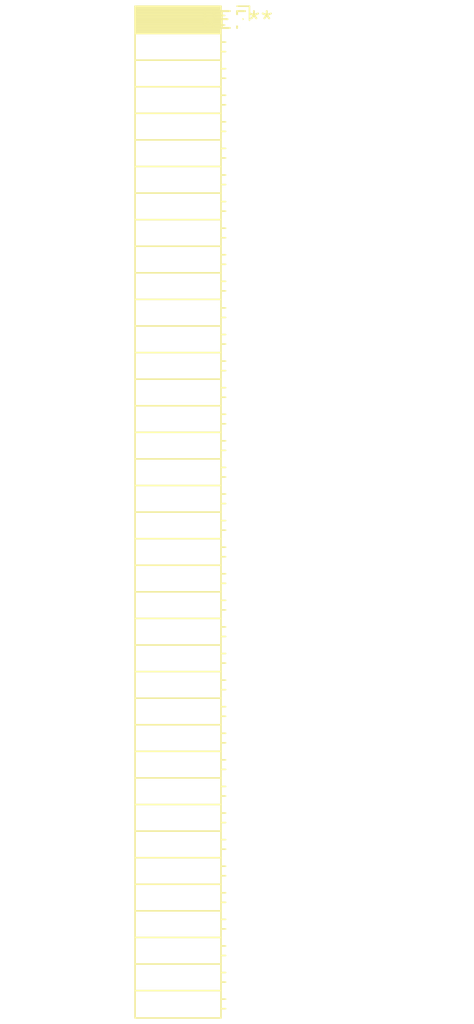
<source format=kicad_pcb>
(kicad_pcb (version 20240108) (generator pcbnew)
  (layers (0 "F.Cu" signal) (31 "B.Cu" signal) (34 "B.Paste" user) (35 "F.Paste" user) (36 "B.SilkS" user "B.Silkscreen") (37 "F.SilkS" user "F.Silkscreen") (38 "B.Mask" user) (39 "F.Mask" user) (44 "Edge.Cuts" user))
  (net 0 "")
  (footprint "PinSocket_1x38_P2.00mm_Horizontal" (layer "F.Cu") (at 0 0)
    (property "Reference" "REF**")
    (property "Value" "PinSocket_1x38_P2.00mm_Horizontal")
    (fp_line (start -7.68 -1.06) (end -7.68 75.06) (layer "F.SilkS") (stroke (width 0.12)))
    (fp_line (start -7.68 -1.06) (end -1.21 -1.06) (layer "F.SilkS") (stroke (width 0.12)))
    (fp_line (start -7.68 -0.94) (end -1.21 -0.94) (layer "F.SilkS") (stroke (width 0.12)))
    (fp_line (start -7.68 -0.825882) (end -1.21 -0.825882) (layer "F.SilkS") (stroke (width 0.12)))
    (fp_line (start -7.68 -0.711764) (end -1.21 -0.711764) (layer "F.SilkS") (stroke (width 0.12)))
    (fp_line (start -7.68 -0.597646) (end -1.21 -0.597646) (layer "F.SilkS") (stroke (width 0.12)))
    (fp_line (start -7.68 -0.483528) (end -1.21 -0.483528) (layer "F.SilkS") (stroke (width 0.12)))
    (fp_line (start -7.68 -0.36941) (end -1.21 -0.36941) (layer "F.SilkS") (stroke (width 0.12)))
    (fp_line (start -7.68 -0.255292) (end -1.21 -0.255292) (layer "F.SilkS") (stroke (width 0.12)))
    (fp_line (start -7.68 -0.141174) (end -1.21 -0.141174) (layer "F.SilkS") (stroke (width 0.12)))
    (fp_line (start -7.68 -0.027056) (end -1.21 -0.027056) (layer "F.SilkS") (stroke (width 0.12)))
    (fp_line (start -7.68 0.087062) (end -1.21 0.087062) (layer "F.SilkS") (stroke (width 0.12)))
    (fp_line (start -7.68 0.20118) (end -1.21 0.20118) (layer "F.SilkS") (stroke (width 0.12)))
    (fp_line (start -7.68 0.315298) (end -1.21 0.315298) (layer "F.SilkS") (stroke (width 0.12)))
    (fp_line (start -7.68 0.429416) (end -1.21 0.429416) (layer "F.SilkS") (stroke (width 0.12)))
    (fp_line (start -7.68 0.543534) (end -1.21 0.543534) (layer "F.SilkS") (stroke (width 0.12)))
    (fp_line (start -7.68 0.657652) (end -1.21 0.657652) (layer "F.SilkS") (stroke (width 0.12)))
    (fp_line (start -7.68 0.77177) (end -1.21 0.77177) (layer "F.SilkS") (stroke (width 0.12)))
    (fp_line (start -7.68 0.885888) (end -1.21 0.885888) (layer "F.SilkS") (stroke (width 0.12)))
    (fp_line (start -7.68 1) (end -1.21 1) (layer "F.SilkS") (stroke (width 0.12)))
    (fp_line (start -7.68 3) (end -1.21 3) (layer "F.SilkS") (stroke (width 0.12)))
    (fp_line (start -7.68 5) (end -1.21 5) (layer "F.SilkS") (stroke (width 0.12)))
    (fp_line (start -7.68 7) (end -1.21 7) (layer "F.SilkS") (stroke (width 0.12)))
    (fp_line (start -7.68 9) (end -1.21 9) (layer "F.SilkS") (stroke (width 0.12)))
    (fp_line (start -7.68 11) (end -1.21 11) (layer "F.SilkS") (stroke (width 0.12)))
    (fp_line (start -7.68 13) (end -1.21 13) (layer "F.SilkS") (stroke (width 0.12)))
    (fp_line (start -7.68 15) (end -1.21 15) (layer "F.SilkS") (stroke (width 0.12)))
    (fp_line (start -7.68 17) (end -1.21 17) (layer "F.SilkS") (stroke (width 0.12)))
    (fp_line (start -7.68 19) (end -1.21 19) (layer "F.SilkS") (stroke (width 0.12)))
    (fp_line (start -7.68 21) (end -1.21 21) (layer "F.SilkS") (stroke (width 0.12)))
    (fp_line (start -7.68 23) (end -1.21 23) (layer "F.SilkS") (stroke (width 0.12)))
    (fp_line (start -7.68 25) (end -1.21 25) (layer "F.SilkS") (stroke (width 0.12)))
    (fp_line (start -7.68 27) (end -1.21 27) (layer "F.SilkS") (stroke (width 0.12)))
    (fp_line (start -7.68 29) (end -1.21 29) (layer "F.SilkS") (stroke (width 0.12)))
    (fp_line (start -7.68 31) (end -1.21 31) (layer "F.SilkS") (stroke (width 0.12)))
    (fp_line (start -7.68 33) (end -1.21 33) (layer "F.SilkS") (stroke (width 0.12)))
    (fp_line (start -7.68 35) (end -1.21 35) (layer "F.SilkS") (stroke (width 0.12)))
    (fp_line (start -7.68 37) (end -1.21 37) (layer "F.SilkS") (stroke (width 0.12)))
    (fp_line (start -7.68 39) (end -1.21 39) (layer "F.SilkS") (stroke (width 0.12)))
    (fp_line (start -7.68 41) (end -1.21 41) (layer "F.SilkS") (stroke (width 0.12)))
    (fp_line (start -7.68 43) (end -1.21 43) (layer "F.SilkS") (stroke (width 0.12)))
    (fp_line (start -7.68 45) (end -1.21 45) (layer "F.SilkS") (stroke (width 0.12)))
    (fp_line (start -7.68 47) (end -1.21 47) (layer "F.SilkS") (stroke (width 0.12)))
    (fp_line (start -7.68 49) (end -1.21 49) (layer "F.SilkS") (stroke (width 0.12)))
    (fp_line (start -7.68 51) (end -1.21 51) (layer "F.SilkS") (stroke (width 0.12)))
    (fp_line (start -7.68 53) (end -1.21 53) (layer "F.SilkS") (stroke (width 0.12)))
    (fp_line (start -7.68 55) (end -1.21 55) (layer "F.SilkS") (stroke (width 0.12)))
    (fp_line (start -7.68 57) (end -1.21 57) (layer "F.SilkS") (stroke (width 0.12)))
    (fp_line (start -7.68 59) (end -1.21 59) (layer "F.SilkS") (stroke (width 0.12)))
    (fp_line (start -7.68 61) (end -1.21 61) (layer "F.SilkS") (stroke (width 0.12)))
    (fp_line (start -7.68 63) (end -1.21 63) (layer "F.SilkS") (stroke (width 0.12)))
    (fp_line (start -7.68 65) (end -1.21 65) (layer "F.SilkS") (stroke (width 0.12)))
    (fp_line (start -7.68 67) (end -1.21 67) (layer "F.SilkS") (stroke (width 0.12)))
    (fp_line (start -7.68 69) (end -1.21 69) (layer "F.SilkS") (stroke (width 0.12)))
    (fp_line (start -7.68 71) (end -1.21 71) (layer "F.SilkS") (stroke (width 0.12)))
    (fp_line (start -7.68 73) (end -1.21 73) (layer "F.SilkS") (stroke (width 0.12)))
    (fp_line (start -7.68 75.06) (end -1.21 75.06) (layer "F.SilkS") (stroke (width 0.12)))
    (fp_line (start -1.21 -1.06) (end -1.21 75.06) (layer "F.SilkS") (stroke (width 0.12)))
    (fp_line (start -1.21 -0.36) (end -0.935 -0.36) (layer "F.SilkS") (stroke (width 0.12)))
    (fp_line (start -1.21 0.36) (end -0.935 0.36) (layer "F.SilkS") (stroke (width 0.12)))
    (fp_line (start -1.21 1.64) (end -0.862917 1.64) (layer "F.SilkS") (stroke (width 0.12)))
    (fp_line (start -1.21 2.36) (end -0.862917 2.36) (layer "F.SilkS") (stroke (width 0.12)))
    (fp_line (start -1.21 3.64) (end -0.862917 3.64) (layer "F.SilkS") (stroke (width 0.12)))
    (fp_line (start -1.21 4.36) (end -0.862917 4.36) (layer "F.SilkS") (stroke (width 0.12)))
    (fp_line (start -1.21 5.64) (end -0.862917 5.64) (layer "F.SilkS") (stroke (width 0.12)))
    (fp_line (start -1.21 6.36) (end -0.862917 6.36) (layer "F.SilkS") (stroke (width 0.12)))
    (fp_line (start -1.21 7.64) (end -0.862917 7.64) (layer "F.SilkS") (stroke (width 0.12)))
    (fp_line (start -1.21 8.36) (end -0.862917 8.36) (layer "F.SilkS") (stroke (width 0.12)))
    (fp_line (start -1.21 9.64) (end -0.862917 9.64) (layer "F.SilkS") (stroke (width 0.12)))
    (fp_line (start -1.21 10.36) (end -0.862917 10.36) (layer "F.SilkS") (stroke (width 0.12)))
    (fp_line (start -1.21 11.64) (end -0.862917 11.64) (layer "F.SilkS") (stroke (width 0.12)))
    (fp_line (start -1.21 12.36) (end -0.862917 12.36) (layer "F.SilkS") (stroke (width 0.12)))
    (fp_line (start -1.21 13.64) (end -0.862917 13.64) (layer "F.SilkS") (stroke (width 0.12)))
    (fp_line (start -1.21 14.36) (end -0.862917 14.36) (layer "F.SilkS") (stroke (width 0.12)))
    (fp_line (start -1.21 15.64) (end -0.862917 15.64) (layer "F.SilkS") (stroke (width 0.12)))
    (fp_line (start -1.21 16.36) (end -0.862917 16.36) (layer "F.SilkS") (stroke (width 0.12)))
    (fp_line (start -1.21 17.64) (end -0.862917 17.64) (layer "F.SilkS") (stroke (width 0.12)))
    (fp_line (start -1.21 18.36) (end -0.862917 18.36) (layer "F.SilkS") (stroke (width 0.12)))
    (fp_line (start -1.21 19.64) (end -0.862917 19.64) (layer "F.SilkS") (stroke (width 0.12)))
    (fp_line (start -1.21 20.36) (end -0.862917 20.36) (layer "F.SilkS") (stroke (width 0.12)))
    (fp_line (start -1.21 21.64) (end -0.862917 21.64) (layer "F.SilkS") (stroke (width 0.12)))
    (fp_line (start -1.21 22.36) (end -0.862917 22.36) (layer "F.SilkS") (stroke (width 0.12)))
    (fp_line (start -1.21 23.64) (end -0.862917 23.64) (layer "F.SilkS") (stroke (width 0.12)))
    (fp_line (start -1.21 24.36) (end -0.862917 24.36) (layer "F.SilkS") (stroke (width 0.12)))
    (fp_line (start -1.21 25.64) (end -0.862917 25.64) (layer "F.SilkS") (stroke (width 0.12)))
    (fp_line (start -1.21 26.36) (end -0.862917 26.36) (layer "F.SilkS") (stroke (width 0.12)))
    (fp_line (start -1.21 27.64) (end -0.862917 27.64) (layer "F.SilkS") (stroke (width 0.12)))
    (fp_line (start -1.21 28.36) (end -0.862917 28.36) (layer "F.SilkS") (stroke (width 0.12)))
    (fp_line (start -1.21 29.64) (end -0.862917 29.64) (layer "F.SilkS") (stroke (width 0.12)))
    (fp_line (start -1.21 30.36) (end -0.862917 30.36) (layer "F.SilkS") (stroke (width 0.12)))
    (fp_line (start -1.21 31.64) (end -0.862917 31.64) (layer "F.SilkS") (stroke (width 0.12)))
    (fp_line (start -1.21 32.36) (end -0.862917 32.36) (layer "F.SilkS") (stroke (width 0.12)))
    (fp_line (start -1.21 33.64) (end -0.862917 33.64) (layer "F.SilkS") (stroke (width 0.12)))
    (fp_line (start -1.21 34.36) (end -0.862917 34.36) (layer "F.SilkS") (stroke (width 0.12)))
    (fp_line (start -1.21 35.64) (end -0.862917 35.64) (layer "F.SilkS") (stroke (width 0.12)))
    (fp_line (start -1.21 36.36) (end -0.862917 36.36) (layer "F.SilkS") (stroke (width 0.12)))
    (fp_line (start -1.21 37.64) (end -0.862917 37.64) (layer "F.SilkS") (stroke (width 0.12)))
    (fp_line (start -1.21 38.36) (end -0.862917 38.36) (layer "F.SilkS") (stroke (width 0.12)))
    (fp_line (start -1.21 39.64) (end -0.862917 39.64) (layer "F.SilkS") (stroke (width 0.12)))
    (fp_line (start -1.21 40.36) (end -0.862917 40.36) (layer "F.SilkS") (stroke (width 0.12)))
    (fp_line (start -1.21 41.64) (end -0.862917 41.64) (layer "F.SilkS") (stroke (width 0.12)))
    (fp_line (start -1.21 42.36) (end -0.862917 42.36) (layer "F.SilkS") (stroke (width 0.12)))
    (fp_line (start -1.21 43.64) (end -0.862917 43.64) (layer "F.SilkS") (stroke (width 0.12)))
    (fp_line (start -1.21 44.36) (end -0.862917 44.36) (layer "F.SilkS") (stroke (width 0.12)))
    (fp_line (start -1.21 45.64) (end -0.862917 45.64) (layer "F.SilkS") (stroke (width 0.12)))
    (fp_line (start -1.21 46.36) (end -0.862917 46.36) (layer "F.SilkS") (stroke (width 0.12)))
    (fp_line (start -1.21 47.64) (end -0.862917 47.64) (layer "F.SilkS") (stroke (width 0.12)))
    (fp_line (start -1.21 48.36) (end -0.862917 48.36) (layer "F.SilkS") (stroke (width 0.12)))
    (fp_line (start -1.21 49.64) (end -0.862917 49.64) (layer "F.SilkS") (stroke (width 0.12)))
    (fp_line (start -1.21 50.36) (end -0.862917 50.36) (layer "F.SilkS") (stroke (width 0.12)))
    (fp_line (start -1.21 51.64) (end -0.862917 51.64) (layer "F.SilkS") (stroke (width 0.12)))
    (fp_line (start -1.21 52.36) (end -0.862917 52.36) (layer "F.SilkS") (stroke (width 0.12)))
    (fp_line (start -1.21 53.64) (end -0.862917 53.64) (layer "F.SilkS") (stroke (width 0.12)))
    (fp_line (start -1.21 54.36) (end -0.862917 54.36) (layer "F.SilkS") (stroke (width 0.12)))
    (fp_line (start -1.21 55.64) (end -0.862917 55.64) (layer "F.SilkS") (stroke (width 0.12)))
    (fp_line (start -1.21 56.36) (end -0.862917 56.36) (layer "F.SilkS") (stroke (width 0.12)))
    (fp_line (start -1.21 57.64) (end -0.862917 57.64) (layer "F.SilkS") (stroke (width 0.12)))
    (fp_line (start -1.21 58.36) (end -0.862917 58.36) (layer "F.SilkS") (stroke (width 0.12)))
    (fp_line (start -1.21 59.64) (end -0.862917 59.64) (layer "F.SilkS") (stroke (width 0.12)))
    (fp_line (start -1.21 60.36) (end -0.862917 60.36) (layer "F.SilkS") (stroke (width 0.12)))
    (fp_line (start -1.21 61.64) (end -0.862917 61.64) (layer "F.SilkS") (stroke (width 0.12)))
    (fp_line (start -1.21 62.36) (end -0.862917 62.36) (layer "F.SilkS") (stroke (width 0.12)))
    (fp_line (start -1.21 63.64) (end -0.862917 63.64) (layer "F.SilkS") (stroke (width 0.12)))
    (fp_line (start -1.21 64.36) (end -0.862917 64.36) (layer "F.SilkS") (stroke (width 0.12)))
    (fp_line (start -1.21 65.64) (end -0.862917 65.64) (layer "F.SilkS") (stroke (width 0.12)))
    (fp_line (start -1.21 66.36) (end -0.862917 66.36) (layer "F.SilkS") (stroke (width 0.12)))
    (fp_line (start -1.21 67.64) (end -0.862917 67.64) (layer "F.SilkS") (stroke (width 0.12)))
    (fp_line (start -1.21 68.36) (end -0.862917 68.36) (layer "F.SilkS") (stroke (width 0.12)))
    (fp_line (start -1.21 69.64) (end -0.862917 69.64) (layer "F.SilkS") (stroke (width 0.12)))
    (fp_line (start -1.21 70.36) (end -0.862917 70.36) (layer "F.SilkS") (stroke (width 0.12)))
    (fp_line (start -1.21 71.64) (end -0.862917 71.64) (layer "F.SilkS") (stroke (width 0.12)))
    (fp_line (start -1.21 72.36) (end -0.862917 72.36) (layer "F.SilkS") (stroke (width 0.12)))
    (fp_line (start -1.21 73.64) (end -0.862917 73.64) (layer "F.SilkS") (stroke (width 0.12)))
    (fp_line (start -1.21 74.36) (end -0.862917 74.36) (layer "F.SilkS") (stroke (width 0.12)))
    (fp_line (start 0 -1.06) (end 0.935 -1.06) (layer "F.SilkS") (stroke (width 0.12)))
    (fp_line (start 0.935 -1.06) (end 0.935 0) (layer "F.SilkS") (stroke (width 0.12)))
    (pad "1" thru_hole rect (at 0 0) (size 1.35 1.35) (drill 0.8) (layers *.Cu *.Mask) (remove_unused_layers))
    (pad "2" thru_hole oval (at 0 2) (size 1.35 1.35) (drill 0.8) (layers *.Cu *.Mask) (remove_unused_layers))
    (pad "3" thru_hole oval (at 0 4) (size 1.35 1.35) (drill 0.8) (layers *.Cu *.Mask) (remove_unused_layers))
    (pad "4" thru_hole oval (at 0 6) (size 1.35 1.35) (drill 0.8) (layers *.Cu *.Mask) (remove_unused_layers))
    (pad "5" thru_hole oval (at 0 8) (size 1.35 1.35) (drill 0.8) (layers *.Cu *.Mask) (remove_unused_layers))
    (pad "6" thru_hole oval (at 0 10) (size 1.35 1.35) (drill 0.8) (layers *.Cu *.Mask) (remove_unused_layers))
    (pad "7" thru_hole oval (at 0 12) (size 1.35 1.35) (drill 0.8) (layers *.Cu *.Mask) (remove_unused_layers))
    (pad "8" thru_hole oval (at 0 14) (size 1.35 1.35) (drill 0.8) (layers *.Cu *.Mask) (remove_unused_layers))
    (pad "9" thru_hole oval (at 0 16) (size 1.35 1.35) (drill 0.8) (layers *.Cu *.Mask) (remove_unused_layers))
    (pad "10" thru_hole oval (at 0 18) (size 1.35 1.35) (drill 0.8) (layers *.Cu *.Mask) (remove_unused_layers))
    (pad "11" thru_hole oval (at 0 20) (size 1.35 1.35) (drill 0.8) (layers *.Cu *.Mask) (remove_unused_layers))
    (pad "12" thru_hole oval (at 0 22) (size 1.35 1.35) (drill 0.8) (layers *.Cu *.Mask) (remove_unused_layers))
    (pad "13" thru_hole oval (at 0 24) (size 1.35 1.35) (drill 0.8) (layers *.Cu *.Mask) (remove_unused_layers))
    (pad "14" thru_hole oval (at 0 26) (size 1.35 1.35) (drill 0.8) (layers *.Cu *.Mask) (remove_unused_layers))
    (pad "15" thru_hole oval (at 0 28) (size 1.35 1.35) (drill 0.8) (layers *.Cu *.Mask) (remove_unused_layers))
    (pad "16" thru_hole oval (at 0 30) (size 1.35 1.35) (drill 0.8) (layers *.Cu *.Mask) (remove_unused_layers))
    (pad "17" thru_hole oval (at 0 32) (size 1.35 1.35) (drill 0.8) (layers *.Cu *.Mask) (remove_unused_layers))
    (pad "18" thru_hole oval (at 0 34) (size 1.35 1.35) (drill 0.8) (layers *.Cu *.Mask) (remove_unused_layers))
    (pad "19" thru_hole oval (at 0 36) (size 1.35 1.35) (drill 0.8) (layers *.Cu *.Mask) (remove_unused_layers))
    (pad "20" thru_hole oval (at 0 38) (size 1.35 1.35) (drill 0.8) (layers *.Cu *.Mask) (remove_unused_layers))
    (pad "21" thru_hole oval (at 0 40) (size 1.35 1.35) (drill 0.8) (layers *.Cu *.Mask) (remove_unused_layers))
    (pad "22" thru_hole oval (at 0 42) (size 1.35 1.35) (drill 0.8) (layers *.Cu *.Mask) (remove_unused_layers))
    (pad "23" thru_hole oval (at 0 44) (size 1.35 1.35) (drill 0.8) (layers *.Cu *.Mask) (remove_unused_layers))
    (pad "24" thru_hole oval (at 0 46) (size 1.35 1.35) (drill 0.8) (layers *.Cu *.Mask) (remove_unused_layers))
    (pad "25" thru_hole oval (at 0 48) (size 1.35 1.35) (drill 0.8) (layers *.Cu *.Mask) (remove_unused_layers))
    (pad "26" thru_hole oval (at 0 50) (size 1.35 1.35) (drill 0.8) (layers *.Cu *.Mask) (remove_unused_layers))
    (pad "27" thru_hole oval (at 0 52) (size 1.35 1.35) (drill 0.8) (layers *.Cu *.Mask) (remove_unused_layers))
    (pad "28" thru_hole oval (at 0 54) (size 1.35 1.35) (drill 0.8) (layers *.Cu *.Mask) (remove_unused_layers))
    (pad "29" thru_hole oval (at 0 56) (size 1.35 1.35) (drill 0.8) (layers *.Cu *.Mask) (remove_unused_layers))
    (pad "30" thru_hole oval (at 0 58) (size 1.35 1.35) (drill 0.8) (layers *.Cu *.Mask) (remove_unused_layers))
    (pad "31" thru_hole oval (at 0 60) (size 1.35 1.35) (drill 0.8) (layers *.Cu *.Mask) (remove_unused_layers))
    (pad "32" thru_hole oval (at 0 62) (size 1.35 1.35) (drill 0.8) (layers *.Cu *.Mask) (remove_unused_layers))
    (pad "33" thru_hole oval (at 0 64) (size 1.35 1.35) (drill 0.8) (layers *.Cu *.Mask) (remove_unused_layers))
    (pad "34" thru_hole oval (at 0 66) (size 1.35 1.35) (drill 0.8) (layers *.Cu *.Mask) (remove_unused_layers))
    (pad "35" thru_hole oval (at 0 68) (size 1.35 1.35) (drill 0.8) (layers *.Cu *.Mask) (remove_unused_layers))
    (pad "36" thru_hole oval (at 0 70) (size 1.35 1.35) (drill 0.8) (layers *.Cu *.Mask) (remove_unused_layers))
    (pad "37" thru_hole oval (at 0 72) (size 1.35 1.35) (drill 0.8) (layers *.Cu *.Mask) (remove_unused_layers))
    (pad "38" thru_hole oval (at 0 74) (size 1.35 1.35) (drill 0.8) (layers *.Cu *.Mask) (remove_unused_layers))
  )
)
</source>
